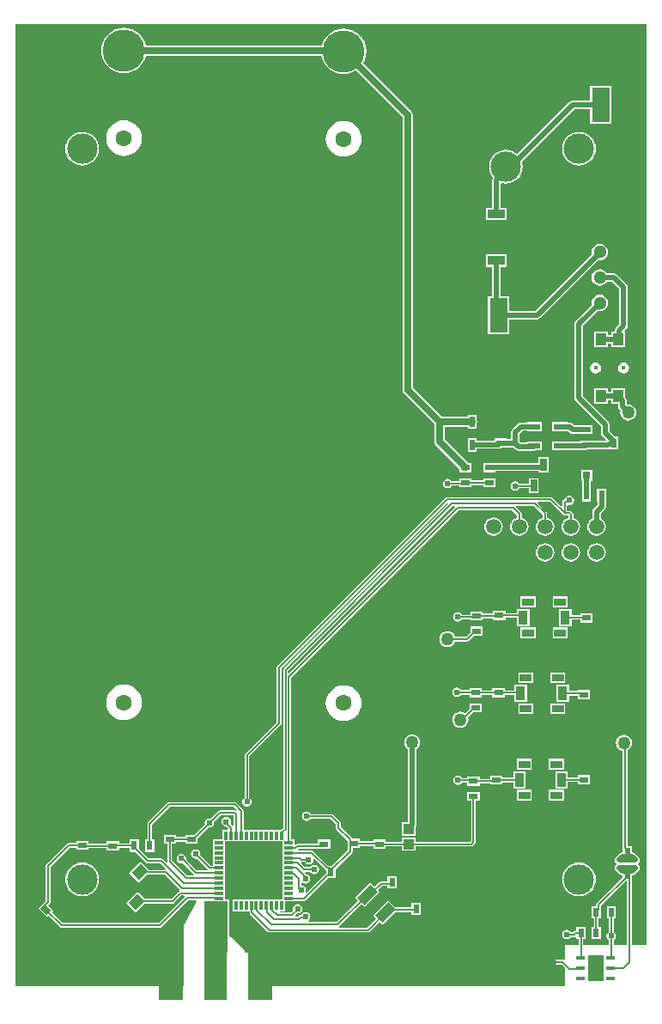
<source format=gtl>
G04*
G04 #@! TF.GenerationSoftware,Altium Limited,Altium Designer,19.1.7 (138)*
G04*
G04 Layer_Physical_Order=1*
G04 Layer_Color=255*
%FSLAX25Y25*%
%MOIN*%
G70*
G01*
G75*
%ADD16R,0.09500X0.20000*%
%ADD17R,0.09000X0.20000*%
%ADD18R,0.02362X0.03543*%
%ADD19R,0.02559X0.04724*%
%ADD20R,0.03543X0.02362*%
%ADD21R,0.03150X0.03150*%
%ADD22R,0.03600X0.02400*%
%ADD23R,0.03543X0.01772*%
%ADD24R,0.06299X0.09843*%
%ADD25R,0.02400X0.03600*%
%ADD26R,0.04724X0.02362*%
G04:AMPARAMS|DCode=27|XSize=23.62mil|YSize=35.43mil|CornerRadius=0mil|HoleSize=0mil|Usage=FLASHONLY|Rotation=45.000|XOffset=0mil|YOffset=0mil|HoleType=Round|Shape=Rectangle|*
%AMROTATEDRECTD27*
4,1,4,0.00418,-0.02088,-0.02088,0.00418,-0.00418,0.02088,0.02088,-0.00418,0.00418,-0.02088,0.0*
%
%ADD27ROTATEDRECTD27*%

%ADD28R,0.03937X0.04724*%
%ADD29R,0.07087X0.13386*%
%ADD30R,0.04528X0.02953*%
%ADD31R,0.03740X0.05512*%
%ADD32R,0.03937X0.03937*%
G04:AMPARAMS|DCode=33|XSize=70.87mil|YSize=39.37mil|CornerRadius=0mil|HoleSize=0mil|Usage=FLASHONLY|Rotation=225.000|XOffset=0mil|YOffset=0mil|HoleType=Round|Shape=Rectangle|*
%AMROTATEDRECTD33*
4,1,4,0.01114,0.03897,0.03897,0.01114,-0.01114,-0.03897,-0.03897,-0.01114,0.01114,0.03897,0.0*
%
%ADD33ROTATEDRECTD33*%

%ADD34R,0.01968X0.04134*%
%ADD35R,0.01181X0.03347*%
%ADD36R,0.03347X0.01181*%
%ADD37R,0.20669X0.20669*%
G04:AMPARAMS|DCode=38|XSize=51.18mil|YSize=41.34mil|CornerRadius=0mil|HoleSize=0mil|Usage=FLASHONLY|Rotation=45.000|XOffset=0mil|YOffset=0mil|HoleType=Round|Shape=Rectangle|*
%AMROTATEDRECTD38*
4,1,4,-0.00348,-0.03271,-0.03271,-0.00348,0.00348,0.03271,0.03271,0.00348,-0.00348,-0.03271,0.0*
%
%ADD38ROTATEDRECTD38*%

%ADD39R,0.06890X0.03740*%
%ADD40R,0.06890X0.12598*%
%ADD78C,0.01968*%
%ADD79R,0.02362X0.02362*%
%ADD80C,0.00600*%
%ADD81C,0.02756*%
%ADD82C,0.06299*%
%ADD83C,0.16358*%
%ADD84C,0.05906*%
%ADD85R,0.05906X0.05906*%
%ADD86C,0.01476*%
%ADD87C,0.11811*%
%ADD88C,0.05118*%
%ADD89C,0.05000*%
%ADD90C,0.02400*%
%ADD91C,0.02756*%
G36*
X122385Y-181000D02*
X116818D01*
Y-171267D01*
X116799Y-171172D01*
Y-155015D01*
X116781Y-154926D01*
Y-153964D01*
X117784Y-153548D01*
X118938Y-152663D01*
X119527Y-151895D01*
X119523Y-151892D01*
X119717Y-151602D01*
X119840Y-150983D01*
X119717Y-150365D01*
X119367Y-149841D01*
X119157Y-149701D01*
Y-149099D01*
X119367Y-148959D01*
X119717Y-148435D01*
X119840Y-147817D01*
X119717Y-147198D01*
X119523Y-146908D01*
X119527Y-146905D01*
X118938Y-146137D01*
X117784Y-145252D01*
X116781Y-144836D01*
Y-142501D01*
X115036D01*
Y-105302D01*
X115263Y-105208D01*
X115911Y-104711D01*
X116408Y-104063D01*
X116720Y-103309D01*
X116827Y-102500D01*
X116720Y-101691D01*
X116408Y-100937D01*
X115911Y-100289D01*
X115263Y-99792D01*
X114509Y-99480D01*
X113700Y-99373D01*
X112891Y-99480D01*
X112137Y-99792D01*
X111489Y-100289D01*
X110992Y-100937D01*
X110680Y-101691D01*
X110573Y-102500D01*
X110680Y-103309D01*
X110992Y-104063D01*
X111489Y-104711D01*
X112137Y-105208D01*
X112891Y-105520D01*
X113201Y-105561D01*
Y-143401D01*
X113219Y-143489D01*
Y-144836D01*
X112216Y-145252D01*
X111062Y-146137D01*
X110473Y-146905D01*
X110477Y-146908D01*
X110283Y-147198D01*
X110160Y-147817D01*
X110283Y-148435D01*
X110633Y-148959D01*
X110843Y-149099D01*
Y-149701D01*
X110633Y-149841D01*
X110283Y-150365D01*
X110160Y-150983D01*
X110283Y-151602D01*
X110477Y-151892D01*
X110473Y-151895D01*
X111062Y-152663D01*
X112216Y-153548D01*
X113219Y-153964D01*
Y-154617D01*
X103180Y-164657D01*
X102981Y-164954D01*
X102911Y-165305D01*
Y-165828D01*
X101166D01*
Y-170572D01*
X102030D01*
Y-173928D01*
X101172D01*
Y-178672D01*
X104734D01*
Y-173928D01*
X103865D01*
Y-170572D01*
X104728D01*
Y-167408D01*
X104746Y-167319D01*
Y-165686D01*
X114463Y-155968D01*
X114963Y-156043D01*
Y-171248D01*
X114982Y-171343D01*
Y-181000D01*
X109718D01*
Y-178952D01*
X110098Y-178698D01*
X110496Y-178102D01*
X110635Y-177400D01*
X110496Y-176698D01*
X110098Y-176102D01*
X109718Y-175848D01*
Y-170572D01*
X110634D01*
Y-165828D01*
X107072D01*
Y-170572D01*
X107882D01*
Y-175848D01*
X107502Y-176102D01*
X107104Y-176698D01*
X106965Y-177400D01*
X107104Y-178102D01*
X107502Y-178698D01*
X107882Y-178952D01*
Y-181000D01*
X97965D01*
Y-178672D01*
X98828D01*
Y-173928D01*
X95266D01*
Y-175382D01*
X94966D01*
X94615Y-175452D01*
X94317Y-175651D01*
X93986Y-175982D01*
X93152D01*
X92898Y-175602D01*
X92302Y-175204D01*
X91600Y-175065D01*
X90898Y-175204D01*
X90302Y-175602D01*
X89904Y-176198D01*
X89765Y-176900D01*
X89904Y-177602D01*
X90302Y-178198D01*
X90898Y-178596D01*
X91600Y-178735D01*
X92302Y-178596D01*
X92898Y-178198D01*
X93152Y-177818D01*
X94366D01*
X94717Y-177748D01*
X94766Y-177715D01*
X95266Y-177982D01*
Y-178672D01*
X96130D01*
Y-181000D01*
X90800D01*
Y-186418D01*
X90300Y-186685D01*
X90251Y-186652D01*
X89900Y-186582D01*
X86000D01*
X85649Y-186652D01*
X85351Y-186851D01*
X85152Y-187149D01*
X85082Y-187500D01*
X85152Y-187851D01*
X85351Y-188149D01*
X85649Y-188348D01*
X86000Y-188418D01*
X89520D01*
X90800Y-189698D01*
Y-197000D01*
X-29650Y-197000D01*
Y-184000D01*
X-33194D01*
X-33461Y-183500D01*
X-33351Y-183235D01*
X-33541Y-182775D01*
X-36108Y-180208D01*
X-36135Y-180197D01*
X-36148Y-180171D01*
X-38869Y-177870D01*
X-39081Y-177802D01*
X-39285Y-177716D01*
X-39448Y-177580D01*
X-39651Y-177314D01*
Y-167856D01*
X-39636D01*
Y-163309D01*
X-40158D01*
X-40300Y-163251D01*
X-41309D01*
Y-160080D01*
Y-156143D01*
Y-152206D01*
Y-148269D01*
Y-144332D01*
Y-140690D01*
X-18690D01*
Y-144332D01*
Y-148269D01*
Y-152206D01*
Y-156143D01*
Y-160080D01*
Y-163309D01*
X-38080D01*
Y-167856D01*
X-31662D01*
Y-168156D01*
X-31592Y-168507D01*
X-31393Y-168805D01*
X-24449Y-175749D01*
X-24151Y-175948D01*
X-23800Y-176018D01*
X14359D01*
X14711Y-175948D01*
X15008Y-175749D01*
X18799Y-171958D01*
X19966Y-173126D01*
X24908Y-168184D01*
X31266D01*
Y-169172D01*
X34828D01*
Y-164428D01*
X31266D01*
Y-166349D01*
X24908D01*
X22193Y-163634D01*
X16334Y-169493D01*
X17501Y-170661D01*
X13979Y-174182D01*
X3174D01*
X3089Y-173682D01*
X3289Y-173549D01*
X11839Y-164999D01*
X13006Y-166166D01*
X18866Y-160307D01*
X18174Y-159614D01*
X19780Y-158008D01*
X21966D01*
Y-158872D01*
X25528D01*
Y-154128D01*
X21966D01*
Y-156173D01*
X19400D01*
X19049Y-156243D01*
X18751Y-156442D01*
X16876Y-158317D01*
X15234Y-156674D01*
X9374Y-162534D01*
X10542Y-163701D01*
X2260Y-171982D01*
X-8727D01*
X-8879Y-171482D01*
X-8602Y-171298D01*
X-8204Y-170702D01*
X-8065Y-170000D01*
X-8204Y-169298D01*
X-8602Y-168702D01*
X-9198Y-168304D01*
X-9900Y-168165D01*
X-10602Y-168304D01*
X-11198Y-168702D01*
X-11585Y-169282D01*
X-12000D01*
X-12351Y-169352D01*
X-12649Y-169551D01*
X-12932Y-169834D01*
X-13783D01*
X-13974Y-169372D01*
X-13198Y-168596D01*
X-13000Y-168635D01*
X-12298Y-168496D01*
X-11702Y-168098D01*
X-11304Y-167502D01*
X-11165Y-166800D01*
X-11304Y-166098D01*
X-11702Y-165502D01*
X-12298Y-165104D01*
X-13000Y-164965D01*
X-13702Y-165104D01*
X-14298Y-165502D01*
X-14696Y-166098D01*
X-14835Y-166800D01*
X-14696Y-167499D01*
X-15580Y-168382D01*
X-20131D01*
X-20149Y-168356D01*
X-19881Y-167856D01*
X-17983D01*
Y-164017D01*
X-14144D01*
Y-163744D01*
X-10379D01*
X-10028Y-163674D01*
X-9730Y-163476D01*
X-1144Y-154889D01*
X-934D01*
X-845Y-154872D01*
X1728D01*
Y-151426D01*
X8077Y-145077D01*
X8276Y-144780D01*
X8346Y-144428D01*
Y-143281D01*
X11272D01*
Y-142418D01*
X16328D01*
Y-143534D01*
X21072D01*
Y-142670D01*
X27632D01*
Y-144321D01*
X32768D01*
Y-142670D01*
X54353D01*
X54704Y-142601D01*
X55002Y-142402D01*
X55949Y-141454D01*
X56148Y-141157D01*
X56218Y-140806D01*
Y-125034D01*
X57672D01*
Y-121472D01*
X52928D01*
Y-125034D01*
X54382D01*
Y-140426D01*
X53973Y-140835D01*
X32768D01*
Y-139184D01*
X27632D01*
Y-140835D01*
X21072D01*
Y-139972D01*
X16328D01*
Y-140582D01*
X11272D01*
Y-139719D01*
X8284D01*
X8276Y-139677D01*
X8077Y-139380D01*
X3818Y-135120D01*
Y-133700D01*
X3748Y-133349D01*
X3549Y-133051D01*
X849Y-130351D01*
X551Y-130152D01*
X200Y-130082D01*
X-7948D01*
X-8202Y-129702D01*
X-8798Y-129304D01*
X-9500Y-129165D01*
X-10202Y-129304D01*
X-10798Y-129702D01*
X-11196Y-130298D01*
X-11335Y-131000D01*
X-11196Y-131702D01*
X-10798Y-132298D01*
X-10202Y-132696D01*
X-9500Y-132835D01*
X-8798Y-132696D01*
X-8202Y-132298D01*
X-7948Y-131918D01*
X-180D01*
X1982Y-134080D01*
Y-135500D01*
X2052Y-135851D01*
X2251Y-136149D01*
X6511Y-140408D01*
Y-140619D01*
X6528Y-140708D01*
Y-142292D01*
X6511Y-142381D01*
Y-144048D01*
X431Y-150128D01*
X-845D01*
X-934Y-150111D01*
X-1144D01*
X-6794Y-144461D01*
X-7091Y-144262D01*
X-7443Y-144193D01*
X-12492D01*
X-12733Y-143693D01*
X-12621Y-143552D01*
X-3581D01*
X-3492Y-143534D01*
X-328D01*
Y-139972D01*
X-5072D01*
Y-141716D01*
X-13336D01*
X-13644Y-141777D01*
X-13715Y-141768D01*
X-14144Y-141490D01*
Y-139983D01*
X-15500D01*
Y-77297D01*
X49580Y-12218D01*
X70320D01*
X72182Y-14080D01*
Y-15137D01*
X72173Y-15139D01*
X71308Y-15497D01*
X70566Y-16066D01*
X69997Y-16808D01*
X69639Y-17673D01*
X69517Y-18600D01*
X69639Y-19527D01*
X69997Y-20392D01*
X70566Y-21134D01*
X71308Y-21703D01*
X72173Y-22061D01*
X73100Y-22183D01*
X74027Y-22061D01*
X74892Y-21703D01*
X75634Y-21134D01*
X76203Y-20392D01*
X76561Y-19527D01*
X76683Y-18600D01*
X76561Y-17673D01*
X76203Y-16808D01*
X75634Y-16066D01*
X74892Y-15497D01*
X74027Y-15139D01*
X74018Y-15137D01*
Y-13700D01*
X73948Y-13349D01*
X73749Y-13051D01*
X71715Y-11018D01*
X71922Y-10518D01*
X78820D01*
X82082Y-13780D01*
Y-15176D01*
X81308Y-15497D01*
X80566Y-16066D01*
X79997Y-16808D01*
X79639Y-17673D01*
X79517Y-18600D01*
X79639Y-19527D01*
X79997Y-20392D01*
X80566Y-21134D01*
X81308Y-21703D01*
X82173Y-22061D01*
X83100Y-22183D01*
X84027Y-22061D01*
X84892Y-21703D01*
X85634Y-21134D01*
X86203Y-20392D01*
X86561Y-19527D01*
X86683Y-18600D01*
X86561Y-17673D01*
X86203Y-16808D01*
X85634Y-16066D01*
X84892Y-15497D01*
X84027Y-15139D01*
X83918Y-15124D01*
Y-13400D01*
X83848Y-13049D01*
X83649Y-12751D01*
X80315Y-9418D01*
X80523Y-8918D01*
X84920D01*
X90051Y-14049D01*
X90349Y-14248D01*
X90700Y-14318D01*
X92182D01*
Y-15137D01*
X92173Y-15139D01*
X91308Y-15497D01*
X90566Y-16066D01*
X89997Y-16808D01*
X89639Y-17673D01*
X89517Y-18600D01*
X89639Y-19527D01*
X89997Y-20392D01*
X90566Y-21134D01*
X91308Y-21703D01*
X92173Y-22061D01*
X93100Y-22183D01*
X94027Y-22061D01*
X94892Y-21703D01*
X95634Y-21134D01*
X96203Y-20392D01*
X96561Y-19527D01*
X96683Y-18600D01*
X96561Y-17673D01*
X96203Y-16808D01*
X95634Y-16066D01*
X94892Y-15497D01*
X94027Y-15139D01*
X94018Y-15137D01*
Y-13751D01*
X93948Y-13400D01*
X93749Y-13103D01*
X93397Y-12751D01*
X93100Y-12552D01*
X92748Y-12482D01*
X91618D01*
Y-10464D01*
X92118Y-10139D01*
X92600Y-10235D01*
X93302Y-10096D01*
X93898Y-9698D01*
X94296Y-9102D01*
X94435Y-8400D01*
X94296Y-7698D01*
X93898Y-7102D01*
X93302Y-6704D01*
X92600Y-6565D01*
X91898Y-6704D01*
X91302Y-7102D01*
X90904Y-7698D01*
X90879Y-7827D01*
X90707D01*
X90356Y-7897D01*
X90058Y-8096D01*
X90051Y-8103D01*
X89852Y-8400D01*
X89782Y-8751D01*
Y-10531D01*
X89320Y-10723D01*
X85949Y-7351D01*
X85651Y-7152D01*
X85300Y-7082D01*
X45000D01*
X44649Y-7152D01*
X44351Y-7351D01*
X-20827Y-72529D01*
X-21026Y-72827D01*
X-21095Y-73178D01*
Y-94498D01*
X-33299Y-106701D01*
X-33498Y-106999D01*
X-33568Y-107350D01*
Y-123848D01*
X-33948Y-124102D01*
X-34346Y-124698D01*
X-34485Y-125400D01*
X-34346Y-126102D01*
X-33948Y-126698D01*
X-33352Y-127096D01*
X-32650Y-127235D01*
X-31948Y-127096D01*
X-31352Y-126698D01*
X-30954Y-126102D01*
X-30815Y-125400D01*
X-30954Y-124698D01*
X-31352Y-124102D01*
X-31732Y-123848D01*
Y-107730D01*
X-19529Y-95527D01*
X-19330Y-95229D01*
X-19260Y-94878D01*
Y-73558D01*
X45137Y-9161D01*
X45302Y-9194D01*
X45466Y-9736D01*
X-18266Y-73468D01*
X-18465Y-73766D01*
X-18535Y-74117D01*
Y-135398D01*
X-19280Y-136144D01*
X-34004D01*
Y-128779D01*
X-34073Y-128428D01*
X-34272Y-128130D01*
X-36651Y-125751D01*
X-36949Y-125552D01*
X-37300Y-125482D01*
X-63000D01*
X-63351Y-125552D01*
X-63649Y-125751D01*
X-71049Y-133151D01*
X-71248Y-133449D01*
X-71318Y-133800D01*
Y-140000D01*
X-72200D01*
Y-144800D01*
X-68600D01*
Y-140000D01*
X-69482D01*
Y-134180D01*
X-62620Y-127318D01*
X-37680D01*
X-36538Y-128460D01*
X-36856Y-128848D01*
X-37000Y-128752D01*
X-37352Y-128682D01*
X-43257D01*
X-43608Y-128752D01*
X-43905Y-128951D01*
X-46716Y-131761D01*
X-47200Y-131665D01*
X-47902Y-131804D01*
X-48498Y-132202D01*
X-48896Y-132798D01*
X-49035Y-133500D01*
X-48939Y-133984D01*
X-53126Y-138172D01*
X-56572D01*
Y-139035D01*
X-60228D01*
Y-138172D01*
X-64972D01*
Y-141734D01*
X-63518D01*
Y-148600D01*
X-63498Y-148697D01*
X-63959Y-148943D01*
X-65251Y-147651D01*
X-65549Y-147452D01*
X-65900Y-147382D01*
X-70920D01*
X-71727Y-146575D01*
X-71752Y-146449D01*
X-71951Y-146151D01*
X-74600Y-143502D01*
Y-140000D01*
X-78200D01*
Y-141482D01*
X-82328D01*
Y-140672D01*
X-87072D01*
Y-141535D01*
X-94028D01*
Y-140472D01*
X-98772D01*
Y-141335D01*
X-101753D01*
X-102104Y-141405D01*
X-102402Y-141604D01*
X-110549Y-149751D01*
X-110748Y-150049D01*
X-110818Y-150400D01*
Y-163839D01*
X-111778Y-164800D01*
X-111829Y-164875D01*
X-113648Y-166694D01*
X-110294Y-170048D01*
X-109684Y-169438D01*
X-105173Y-173949D01*
X-104875Y-174148D01*
X-104524Y-174218D01*
X-66600D01*
X-66249Y-174148D01*
X-65951Y-173949D01*
X-55620Y-163618D01*
X-52390D01*
X-52137Y-164049D01*
X-56968Y-172740D01*
X-56986Y-172904D01*
X-57050Y-173056D01*
X-57049Y-197000D01*
X-122385Y-197000D01*
Y176500D01*
X122385Y176500D01*
Y-181000D01*
D02*
G37*
G36*
X48185Y-11018D02*
X-16238Y-75440D01*
X-16700Y-75249D01*
Y-74497D01*
X47280Y-10518D01*
X47978D01*
X48185Y-11018D01*
D02*
G37*
G36*
X-37807Y-134506D02*
X-37923Y-134589D01*
X-38307Y-134695D01*
X-39083Y-133920D01*
X-39004Y-133802D01*
X-38865Y-133100D01*
X-39004Y-132398D01*
X-39402Y-131802D01*
X-39998Y-131404D01*
X-40700Y-131265D01*
X-41402Y-131404D01*
X-41998Y-131802D01*
X-42396Y-132398D01*
X-42535Y-133100D01*
X-42396Y-133802D01*
X-41998Y-134398D01*
X-41402Y-134796D01*
X-40700Y-134935D01*
X-40669Y-134929D01*
X-39954Y-135644D01*
X-40161Y-136144D01*
X-42017D01*
Y-139983D01*
X-45856D01*
Y-142364D01*
Y-146301D01*
Y-150098D01*
X-46804D01*
X-50837Y-146065D01*
X-50765Y-145700D01*
X-50904Y-144998D01*
X-51302Y-144402D01*
X-51898Y-144004D01*
X-52600Y-143865D01*
X-53302Y-144004D01*
X-53898Y-144402D01*
X-54296Y-144998D01*
X-54435Y-145700D01*
X-54296Y-146402D01*
X-53898Y-146998D01*
X-53302Y-147396D01*
X-52600Y-147535D01*
X-52068Y-147430D01*
X-47931Y-151567D01*
X-48037Y-151951D01*
X-48120Y-152067D01*
X-52036D01*
X-56337Y-147765D01*
X-56265Y-147400D01*
X-56404Y-146698D01*
X-56802Y-146102D01*
X-57398Y-145704D01*
X-58100Y-145565D01*
X-58802Y-145704D01*
X-59398Y-146102D01*
X-59796Y-146698D01*
X-59935Y-147400D01*
X-59796Y-148102D01*
X-59398Y-148698D01*
X-58802Y-149096D01*
X-58100Y-149235D01*
X-57568Y-149129D01*
X-53163Y-153535D01*
X-53270Y-153920D01*
X-53352Y-154035D01*
X-55867D01*
X-61682Y-148220D01*
Y-141734D01*
X-60228D01*
Y-140870D01*
X-56572D01*
Y-141734D01*
X-51828D01*
Y-139469D01*
X-47612Y-135253D01*
X-47200Y-135335D01*
X-46498Y-135196D01*
X-45902Y-134798D01*
X-45504Y-134202D01*
X-45365Y-133500D01*
X-45447Y-133088D01*
X-42877Y-130518D01*
X-37807D01*
Y-134506D01*
D02*
G37*
G36*
X118033Y-148800D02*
X111967D01*
X113031Y-146138D01*
X116969D01*
X118033Y-148800D01*
D02*
G37*
G36*
X-2173Y-151677D02*
X-1876Y-151876D01*
X-1834Y-151884D01*
Y-153116D01*
X-1876Y-153124D01*
X-2173Y-153323D01*
X-9606Y-160755D01*
X-9994Y-160436D01*
X-9904Y-160302D01*
X-9765Y-159600D01*
X-9904Y-158898D01*
X-10302Y-158302D01*
X-10898Y-157904D01*
X-11582Y-157768D01*
Y-156853D01*
X-11082Y-156675D01*
X-10602Y-156996D01*
X-9900Y-157135D01*
X-9198Y-156996D01*
X-8602Y-156598D01*
X-8204Y-156002D01*
X-8065Y-155300D01*
X-8204Y-154598D01*
X-8602Y-154002D01*
X-9198Y-153604D01*
X-9697Y-153505D01*
X-10185Y-153018D01*
X-9978Y-152518D01*
X-8052D01*
X-7798Y-152898D01*
X-7202Y-153296D01*
X-6500Y-153435D01*
X-5798Y-153296D01*
X-5202Y-152898D01*
X-4804Y-152302D01*
X-4665Y-151600D01*
X-4804Y-150898D01*
X-5202Y-150302D01*
X-5798Y-149904D01*
X-6500Y-149765D01*
X-7202Y-149904D01*
X-7798Y-150302D01*
X-8052Y-150682D01*
X-10220D01*
X-11695Y-149207D01*
X-11657Y-149014D01*
X-11478Y-148718D01*
X-10318D01*
X-9998Y-149198D01*
X-9402Y-149596D01*
X-8700Y-149735D01*
X-7998Y-149596D01*
X-7402Y-149198D01*
X-7004Y-148602D01*
X-6865Y-147900D01*
X-6916Y-147641D01*
X-6455Y-147395D01*
X-2173Y-151677D01*
D02*
G37*
G36*
X-98772Y-144034D02*
X-94028D01*
Y-143370D01*
X-87072D01*
Y-144234D01*
X-82328D01*
Y-143318D01*
X-78200D01*
Y-144800D01*
X-75898D01*
X-73473Y-147225D01*
X-73448Y-147351D01*
X-73249Y-147649D01*
X-71949Y-148949D01*
X-71651Y-149148D01*
X-71300Y-149218D01*
X-66280D01*
X-64192Y-151306D01*
X-64399Y-151806D01*
X-70699D01*
X-70778Y-151727D01*
X-70853Y-151676D01*
X-73926Y-148604D01*
X-78393Y-153071D01*
X-74622Y-156843D01*
X-71363Y-153585D01*
X-71079Y-153641D01*
X-64557D01*
X-58755Y-159443D01*
X-58753Y-159674D01*
X-58782Y-159862D01*
X-58848Y-160017D01*
X-59049Y-160151D01*
X-61909Y-163011D01*
X-72325D01*
X-75178Y-160157D01*
X-79646Y-164625D01*
X-75874Y-168396D01*
X-72325Y-164846D01*
X-61529D01*
X-61177Y-164776D01*
X-60880Y-164577D01*
X-58020Y-161718D01*
X-57023D01*
X-56815Y-162218D01*
X-66980Y-172382D01*
X-104144D01*
X-108386Y-168140D01*
X-107776Y-167530D01*
X-109844Y-165461D01*
X-109251Y-164868D01*
X-109052Y-164570D01*
X-108982Y-164219D01*
Y-150780D01*
X-101373Y-143170D01*
X-98772D01*
Y-144034D01*
D02*
G37*
G36*
X116969Y-152662D02*
X113031D01*
X111967Y-150000D01*
X118033D01*
X116969Y-152662D01*
D02*
G37*
G36*
X-40300Y-183900D02*
X-40300Y-183900D01*
X-49300D01*
Y-163900D01*
X-49300Y-163900D01*
X-45856D01*
Y-164017D01*
X-41309D01*
Y-163900D01*
X-40300D01*
Y-183900D01*
D02*
G37*
%LPC*%
G36*
X108943Y152393D02*
X100657D01*
Y146715D01*
X93700D01*
X93082Y146592D01*
X92558Y146242D01*
X72244Y125929D01*
X71532Y126513D01*
X70402Y127117D01*
X69175Y127489D01*
X67900Y127615D01*
X66625Y127489D01*
X65398Y127117D01*
X64268Y126513D01*
X63278Y125700D01*
X62465Y124710D01*
X61861Y123580D01*
X61489Y122353D01*
X61363Y121078D01*
X61489Y119803D01*
X61861Y118576D01*
X62465Y117446D01*
X62920Y116891D01*
X62706Y116570D01*
X62583Y115952D01*
Y105225D01*
X60154D01*
Y100285D01*
X68243D01*
Y105225D01*
X65814D01*
Y114493D01*
X66215Y114791D01*
X66625Y114667D01*
X67900Y114541D01*
X69175Y114667D01*
X70402Y115039D01*
X71532Y115643D01*
X72522Y116456D01*
X73335Y117446D01*
X73939Y118576D01*
X74311Y119803D01*
X74437Y121078D01*
X74311Y122353D01*
X74062Y123177D01*
X94369Y143485D01*
X100657D01*
Y137807D01*
X108943D01*
Y152393D01*
D02*
G37*
G36*
X-80400Y139070D02*
X-81753Y138936D01*
X-83053Y138542D01*
X-84251Y137901D01*
X-85302Y137039D01*
X-86164Y135989D01*
X-86805Y134790D01*
X-87199Y133490D01*
X-87333Y132137D01*
X-87199Y130784D01*
X-86805Y129484D01*
X-86164Y128286D01*
X-85302Y127235D01*
X-84251Y126373D01*
X-83053Y125732D01*
X-81753Y125338D01*
X-80400Y125204D01*
X-79048Y125338D01*
X-77747Y125732D01*
X-76548Y126373D01*
X-75498Y127235D01*
X-74636Y128286D01*
X-73995Y129484D01*
X-73601Y130784D01*
X-73467Y132137D01*
X-73601Y133490D01*
X-73995Y134790D01*
X-74636Y135989D01*
X-75498Y137039D01*
X-76548Y137901D01*
X-77747Y138542D01*
X-79048Y138936D01*
X-80400Y139070D01*
D02*
G37*
G36*
X4900Y138805D02*
X3548Y138672D01*
X2247Y138277D01*
X1048Y137637D01*
X-2Y136775D01*
X-864Y135724D01*
X-1505Y134525D01*
X-1899Y133225D01*
X-2033Y131872D01*
X-1899Y130520D01*
X-1505Y129219D01*
X-864Y128021D01*
X-2Y126970D01*
X1048Y126108D01*
X2247Y125468D01*
X3548Y125073D01*
X4900Y124940D01*
X6252Y125073D01*
X7553Y125468D01*
X8751Y126108D01*
X9802Y126970D01*
X10664Y128021D01*
X11305Y129219D01*
X11699Y130520D01*
X11833Y131872D01*
X11699Y133225D01*
X11305Y134525D01*
X10664Y135724D01*
X9802Y136775D01*
X8751Y137637D01*
X7553Y138277D01*
X6252Y138672D01*
X4900Y138805D01*
D02*
G37*
G36*
X96268Y134587D02*
X94992Y134462D01*
X93766Y134090D01*
X92636Y133486D01*
X91645Y132673D01*
X90832Y131682D01*
X90228Y130552D01*
X89856Y129326D01*
X89731Y128050D01*
X89856Y126775D01*
X90228Y125549D01*
X90832Y124419D01*
X91645Y123428D01*
X92636Y122615D01*
X93766Y122011D01*
X94992Y121639D01*
X96268Y121513D01*
X97543Y121639D01*
X98769Y122011D01*
X99900Y122615D01*
X100890Y123428D01*
X101703Y124419D01*
X102307Y125549D01*
X102679Y126775D01*
X102805Y128050D01*
X102679Y129326D01*
X102307Y130552D01*
X101703Y131682D01*
X100890Y132673D01*
X99900Y133486D01*
X98769Y134090D01*
X97543Y134462D01*
X96268Y134587D01*
D02*
G37*
G36*
X-96606D02*
X-97882Y134462D01*
X-99108Y134090D01*
X-100238Y133486D01*
X-101229Y132673D01*
X-102042Y131682D01*
X-102646Y130552D01*
X-103018Y129326D01*
X-103143Y128050D01*
X-103018Y126775D01*
X-102646Y125549D01*
X-102042Y124419D01*
X-101229Y123428D01*
X-100238Y122615D01*
X-99108Y122011D01*
X-97882Y121639D01*
X-96606Y121513D01*
X-95331Y121639D01*
X-94105Y122011D01*
X-92975Y122615D01*
X-91984Y123428D01*
X-91171Y124419D01*
X-90567Y125549D01*
X-90195Y126775D01*
X-90069Y128050D01*
X-90195Y129326D01*
X-90567Y130552D01*
X-91171Y131682D01*
X-91984Y132673D01*
X-92975Y133486D01*
X-94105Y134090D01*
X-95331Y134462D01*
X-96606Y134587D01*
D02*
G37*
G36*
X104379Y91129D02*
X103554Y91020D01*
X102786Y90702D01*
X102126Y90196D01*
X101619Y89536D01*
X101301Y88767D01*
X101192Y87942D01*
X101301Y87118D01*
X101311Y87095D01*
X79342Y65126D01*
X69143D01*
Y70804D01*
X65814D01*
Y82175D01*
X68243D01*
Y87115D01*
X60154D01*
Y82175D01*
X62583D01*
Y70804D01*
X60857D01*
Y56218D01*
X69143D01*
Y61896D01*
X80011D01*
X80629Y62019D01*
X81153Y62369D01*
X103638Y84854D01*
X104379Y84756D01*
X105203Y84865D01*
X105972Y85183D01*
X106632Y85689D01*
X107138Y86349D01*
X107457Y87118D01*
X107565Y87942D01*
X107457Y88767D01*
X107138Y89536D01*
X106632Y90196D01*
X105972Y90702D01*
X105203Y91020D01*
X104379Y91129D01*
D02*
G37*
G36*
Y71444D02*
X103554Y71335D01*
X102786Y71017D01*
X102126Y70511D01*
X101619Y69851D01*
X101301Y69082D01*
X101192Y68257D01*
X101297Y67461D01*
X94958Y61121D01*
X94608Y60597D01*
X94485Y59979D01*
Y31500D01*
X94608Y30882D01*
X94958Y30358D01*
X104785Y20531D01*
Y17838D01*
X104908Y17220D01*
X105258Y16696D01*
X106738Y15215D01*
X106531Y14715D01*
X101500D01*
Y14900D01*
X96700D01*
Y14375D01*
X91783D01*
Y14541D01*
X85859D01*
Y10979D01*
X91783D01*
Y11145D01*
X98760D01*
X99378Y11268D01*
X99427Y11300D01*
X101500D01*
Y11485D01*
X107653D01*
X107948Y11543D01*
X107966Y11528D01*
Y11528D01*
X111528D01*
Y16272D01*
X110250D01*
X108015Y18507D01*
Y21200D01*
X107892Y21818D01*
X107542Y22342D01*
X97715Y32169D01*
Y59310D01*
X103582Y65176D01*
X104379Y65071D01*
X105203Y65180D01*
X105972Y65498D01*
X106632Y66004D01*
X107138Y66664D01*
X107457Y67433D01*
X107565Y68257D01*
X107457Y69082D01*
X107138Y69851D01*
X106632Y70511D01*
X105972Y71017D01*
X105203Y71335D01*
X104379Y71444D01*
D02*
G37*
G36*
Y81286D02*
X103554Y81178D01*
X102786Y80859D01*
X102126Y80353D01*
X101619Y79693D01*
X101301Y78925D01*
X101192Y78100D01*
X101301Y77275D01*
X101619Y76507D01*
X102126Y75847D01*
X102786Y75340D01*
X103554Y75022D01*
X104379Y74914D01*
X105203Y75022D01*
X105972Y75340D01*
X106632Y75847D01*
X107121Y76485D01*
X109131D01*
X111985Y73631D01*
Y59969D01*
X110558Y58542D01*
X110208Y58018D01*
X110085Y57400D01*
Y56994D01*
X108909D01*
Y55647D01*
X107353D01*
Y56994D01*
X102216D01*
Y51069D01*
X107353D01*
Y52416D01*
X108909D01*
Y51069D01*
X114047D01*
Y56994D01*
X114047D01*
X113909Y57325D01*
X114742Y58158D01*
X115092Y58682D01*
X115215Y59300D01*
Y74300D01*
X115092Y74918D01*
X114742Y75442D01*
X110942Y79242D01*
X110418Y79592D01*
X109800Y79715D01*
X107121D01*
X106632Y80353D01*
X105972Y80859D01*
X105203Y81178D01*
X104379Y81286D01*
D02*
G37*
G36*
X113545Y45125D02*
X112735Y44964D01*
X112048Y44505D01*
X111589Y43818D01*
X111428Y43008D01*
X111589Y42198D01*
X112048Y41511D01*
X112735Y41052D01*
X113545Y40891D01*
X114355Y41052D01*
X115042Y41511D01*
X115501Y42198D01*
X115662Y43008D01*
X115501Y43818D01*
X115042Y44505D01*
X114355Y44964D01*
X113545Y45125D01*
D02*
G37*
G36*
X102718D02*
X101908Y44964D01*
X101221Y44505D01*
X100762Y43818D01*
X100601Y43008D01*
X100762Y42198D01*
X101221Y41511D01*
X101908Y41052D01*
X102718Y40891D01*
X103528Y41052D01*
X104215Y41511D01*
X104674Y42198D01*
X104835Y43008D01*
X104674Y43818D01*
X104215Y44505D01*
X103528Y44964D01*
X102718Y45125D01*
D02*
G37*
G36*
X114047Y34946D02*
X108909D01*
Y33599D01*
X107353D01*
Y34946D01*
X102216D01*
Y29022D01*
X107353D01*
Y30369D01*
X108909D01*
Y29022D01*
X111531D01*
Y27953D01*
X111654Y27335D01*
X112004Y26811D01*
X112371Y26444D01*
X112273Y25700D01*
X112380Y24891D01*
X112692Y24137D01*
X113189Y23489D01*
X113837Y22992D01*
X114591Y22680D01*
X115400Y22573D01*
X116209Y22680D01*
X116963Y22992D01*
X117611Y23489D01*
X118108Y24137D01*
X118420Y24891D01*
X118527Y25700D01*
X118420Y26509D01*
X118108Y27263D01*
X117611Y27911D01*
X116963Y28408D01*
X116209Y28720D01*
X115400Y28827D01*
X115138Y28792D01*
X114762Y29122D01*
Y30316D01*
X114639Y30934D01*
X114289Y31458D01*
X114047Y31700D01*
Y34946D01*
D02*
G37*
G36*
X-80400Y174994D02*
X-82121Y174825D01*
X-83776Y174322D01*
X-85301Y173507D01*
X-86638Y172410D01*
X-87735Y171073D01*
X-88550Y169548D01*
X-89052Y167894D01*
X-89222Y166172D01*
X-89052Y164451D01*
X-88550Y162797D01*
X-87735Y161271D01*
X-86638Y159935D01*
X-85301Y158837D01*
X-83776Y158022D01*
X-82121Y157520D01*
X-80400Y157351D01*
X-78679Y157520D01*
X-77024Y158022D01*
X-75499Y158837D01*
X-74162Y159935D01*
X-73065Y161271D01*
X-72250Y162797D01*
X-71873Y164037D01*
X-3707D01*
X-3250Y162532D01*
X-2435Y161007D01*
X-1338Y159670D01*
X-1Y158573D01*
X1524Y157758D01*
X3179Y157256D01*
X4900Y157086D01*
X6621Y157256D01*
X8276Y157758D01*
X9546Y158437D01*
X27683Y140300D01*
Y34500D01*
X27837Y33728D01*
X28274Y33074D01*
X40003Y21345D01*
Y14433D01*
X40156Y13661D01*
X40594Y13007D01*
X49728Y3872D01*
Y2572D01*
X51009D01*
X51131Y2490D01*
X51903Y2336D01*
X52100D01*
X52872Y2490D01*
X52995Y2572D01*
X54472D01*
Y6134D01*
X53158D01*
X53132Y6173D01*
X44036Y15269D01*
Y20164D01*
X53316D01*
Y19513D01*
X56484D01*
Y21291D01*
X56563Y21409D01*
X56717Y22180D01*
X56563Y22952D01*
X56484Y23070D01*
Y24847D01*
X53316D01*
Y24197D01*
X42855D01*
X31717Y35335D01*
Y141135D01*
X31563Y141907D01*
X31126Y142561D01*
X12390Y161297D01*
X13050Y162532D01*
X13552Y164187D01*
X13722Y165908D01*
X13552Y167629D01*
X13050Y169284D01*
X12235Y170809D01*
X11138Y172146D01*
X9801Y173243D01*
X8276Y174058D01*
X6621Y174560D01*
X4900Y174730D01*
X3179Y174560D01*
X1524Y174058D01*
X-1Y173243D01*
X-1338Y172146D01*
X-2435Y170809D01*
X-3250Y169284D01*
X-3618Y168071D01*
X-71802D01*
X-72250Y169548D01*
X-73065Y171073D01*
X-74162Y172410D01*
X-75499Y173507D01*
X-77024Y174322D01*
X-78679Y174825D01*
X-80400Y174994D01*
D02*
G37*
G36*
X81941Y22021D02*
X76016D01*
Y21855D01*
X73740D01*
X73122Y21733D01*
X72598Y21382D01*
X70458Y19242D01*
X70108Y18718D01*
X69985Y18100D01*
Y15462D01*
X68172D01*
Y15628D01*
X63428D01*
Y14835D01*
X56484D01*
Y15887D01*
X53316D01*
Y14000D01*
X53208Y13838D01*
X53085Y13220D01*
X53208Y12602D01*
X53316Y12440D01*
Y10553D01*
X56484D01*
Y11604D01*
X65172D01*
X65791Y11727D01*
X66298Y12066D01*
X68172D01*
Y12232D01*
X70684D01*
X71558Y11358D01*
X72082Y11008D01*
X72700Y10885D01*
X78719D01*
X79192Y10979D01*
X81941D01*
Y14541D01*
X76016D01*
Y14115D01*
X73369D01*
X73215Y14269D01*
Y17431D01*
X74409Y18625D01*
X76016D01*
Y18459D01*
X81941D01*
Y22021D01*
D02*
G37*
G36*
X91783D02*
X85859D01*
Y18459D01*
X91783D01*
Y18459D01*
X92246Y18369D01*
X92758Y17858D01*
X93282Y17508D01*
X93900Y17385D01*
X96700D01*
Y17300D01*
X101500D01*
Y20900D01*
X96700D01*
Y20615D01*
X94569D01*
X93802Y21382D01*
X93278Y21733D01*
X92660Y21855D01*
X91783D01*
Y22021D01*
D02*
G37*
G36*
X84380Y8496D02*
X80620D01*
Y6170D01*
X61602D01*
X61422Y6134D01*
X59028D01*
Y2572D01*
X63772D01*
Y2939D01*
X80620D01*
Y2572D01*
X84380D01*
Y8496D01*
D02*
G37*
G36*
X63772Y228D02*
X59028D01*
Y-635D01*
X54472D01*
Y228D01*
X49728D01*
Y-882D01*
X46852D01*
X46598Y-502D01*
X46002Y-104D01*
X45300Y35D01*
X44598Y-104D01*
X44002Y-502D01*
X43604Y-1098D01*
X43465Y-1800D01*
X43604Y-2502D01*
X44002Y-3098D01*
X44598Y-3496D01*
X45300Y-3635D01*
X46002Y-3496D01*
X46598Y-3098D01*
X46852Y-2718D01*
X49728D01*
Y-3334D01*
X54472D01*
Y-2470D01*
X59028D01*
Y-3334D01*
X63772D01*
Y228D01*
D02*
G37*
G36*
X80600D02*
X76841D01*
Y-1882D01*
X73052D01*
X72798Y-1502D01*
X72202Y-1104D01*
X71500Y-965D01*
X70798Y-1104D01*
X70202Y-1502D01*
X69804Y-2098D01*
X69665Y-2800D01*
X69804Y-3502D01*
X70202Y-4098D01*
X70798Y-4496D01*
X71500Y-4635D01*
X72202Y-4496D01*
X72798Y-4098D01*
X73052Y-3718D01*
X76841D01*
Y-5696D01*
X80600D01*
Y228D01*
D02*
G37*
G36*
X101475Y3475D02*
X97125D01*
Y-875D01*
X97532D01*
Y-4028D01*
X97366D01*
Y-8772D01*
X100928D01*
Y-4028D01*
X100762D01*
Y-875D01*
X101475D01*
Y3475D01*
D02*
G37*
G36*
X106834Y-4028D02*
X103272D01*
Y-8772D01*
X103437D01*
Y-10231D01*
X101958Y-11711D01*
X101608Y-12235D01*
X101485Y-12853D01*
Y-15424D01*
X101308Y-15497D01*
X100566Y-16066D01*
X99997Y-16808D01*
X99639Y-17673D01*
X99517Y-18600D01*
X99639Y-19527D01*
X99997Y-20392D01*
X100566Y-21134D01*
X101308Y-21703D01*
X102173Y-22061D01*
X103100Y-22183D01*
X104027Y-22061D01*
X104892Y-21703D01*
X105634Y-21134D01*
X106203Y-20392D01*
X106561Y-19527D01*
X106683Y-18600D01*
X106561Y-17673D01*
X106203Y-16808D01*
X105634Y-16066D01*
X104892Y-15497D01*
X104715Y-15424D01*
Y-13522D01*
X106195Y-12042D01*
X106545Y-11518D01*
X106668Y-10900D01*
Y-8772D01*
X106834D01*
Y-4028D01*
D02*
G37*
G36*
X63100Y-15017D02*
X62173Y-15139D01*
X61308Y-15497D01*
X60566Y-16066D01*
X59997Y-16808D01*
X59639Y-17673D01*
X59517Y-18600D01*
X59639Y-19527D01*
X59997Y-20392D01*
X60566Y-21134D01*
X61308Y-21703D01*
X62173Y-22061D01*
X63100Y-22183D01*
X64027Y-22061D01*
X64892Y-21703D01*
X65634Y-21134D01*
X66203Y-20392D01*
X66561Y-19527D01*
X66683Y-18600D01*
X66561Y-17673D01*
X66203Y-16808D01*
X65634Y-16066D01*
X64892Y-15497D01*
X64027Y-15139D01*
X63100Y-15017D01*
D02*
G37*
G36*
X103100Y-25017D02*
X102173Y-25139D01*
X101308Y-25497D01*
X100566Y-26066D01*
X99997Y-26808D01*
X99639Y-27673D01*
X99517Y-28600D01*
X99639Y-29527D01*
X99997Y-30392D01*
X100566Y-31134D01*
X101308Y-31703D01*
X102173Y-32061D01*
X103100Y-32183D01*
X104027Y-32061D01*
X104892Y-31703D01*
X105634Y-31134D01*
X106203Y-30392D01*
X106561Y-29527D01*
X106683Y-28600D01*
X106561Y-27673D01*
X106203Y-26808D01*
X105634Y-26066D01*
X104892Y-25497D01*
X104027Y-25139D01*
X103100Y-25017D01*
D02*
G37*
G36*
X93100D02*
X92173Y-25139D01*
X91308Y-25497D01*
X90566Y-26066D01*
X89997Y-26808D01*
X89639Y-27673D01*
X89517Y-28600D01*
X89639Y-29527D01*
X89997Y-30392D01*
X90566Y-31134D01*
X91308Y-31703D01*
X92173Y-32061D01*
X93100Y-32183D01*
X94027Y-32061D01*
X94892Y-31703D01*
X95634Y-31134D01*
X96203Y-30392D01*
X96561Y-29527D01*
X96683Y-28600D01*
X96561Y-27673D01*
X96203Y-26808D01*
X95634Y-26066D01*
X94892Y-25497D01*
X94027Y-25139D01*
X93100Y-25017D01*
D02*
G37*
G36*
X83100D02*
X82173Y-25139D01*
X81308Y-25497D01*
X80566Y-26066D01*
X79997Y-26808D01*
X79639Y-27673D01*
X79517Y-28600D01*
X79639Y-29527D01*
X79997Y-30392D01*
X80566Y-31134D01*
X81308Y-31703D01*
X82173Y-32061D01*
X83100Y-32183D01*
X84027Y-32061D01*
X84892Y-31703D01*
X85634Y-31134D01*
X86203Y-30392D01*
X86561Y-29527D01*
X86683Y-28600D01*
X86561Y-27673D01*
X86203Y-26808D01*
X85634Y-26066D01*
X84892Y-25497D01*
X84027Y-25139D01*
X83100Y-25017D01*
D02*
G37*
G36*
X91764Y-45720D02*
X86037D01*
Y-49872D01*
X91764D01*
Y-45720D01*
D02*
G37*
G36*
X79363D02*
X73635D01*
Y-49872D01*
X79363D01*
Y-45720D01*
D02*
G37*
G36*
X77001Y-50444D02*
X72061D01*
Y-52135D01*
X67672D01*
Y-51272D01*
X62928D01*
Y-52330D01*
X58872D01*
Y-51466D01*
X54128D01*
Y-52782D01*
X50752D01*
X50498Y-52402D01*
X49902Y-52004D01*
X49200Y-51865D01*
X48498Y-52004D01*
X47902Y-52402D01*
X47504Y-52998D01*
X47365Y-53700D01*
X47504Y-54402D01*
X47902Y-54998D01*
X48498Y-55396D01*
X49200Y-55535D01*
X49902Y-55396D01*
X50498Y-54998D01*
X50752Y-54618D01*
X54128D01*
Y-55028D01*
X58872D01*
Y-54165D01*
X62928D01*
Y-54834D01*
X67672D01*
Y-53970D01*
X72061D01*
Y-57156D01*
X77001D01*
Y-50444D01*
D02*
G37*
G36*
X93339D02*
X88399D01*
Y-57156D01*
X93339D01*
Y-54718D01*
X96728D01*
Y-55828D01*
X101472D01*
Y-52266D01*
X96728D01*
Y-52882D01*
X93339D01*
Y-50444D01*
D02*
G37*
G36*
X58872Y-57372D02*
X54128D01*
Y-59636D01*
X52482Y-61282D01*
X48175D01*
X47908Y-60637D01*
X47411Y-59989D01*
X46763Y-59492D01*
X46009Y-59180D01*
X45200Y-59073D01*
X44391Y-59180D01*
X43637Y-59492D01*
X42989Y-59989D01*
X42492Y-60637D01*
X42180Y-61391D01*
X42073Y-62200D01*
X42180Y-63009D01*
X42492Y-63763D01*
X42989Y-64411D01*
X43637Y-64908D01*
X44391Y-65220D01*
X45200Y-65327D01*
X46009Y-65220D01*
X46763Y-64908D01*
X47411Y-64411D01*
X47908Y-63763D01*
X48175Y-63118D01*
X52862D01*
X53213Y-63048D01*
X53511Y-62849D01*
X55426Y-60934D01*
X58872D01*
Y-57372D01*
D02*
G37*
G36*
X91764Y-57728D02*
X86037D01*
Y-61880D01*
X91764D01*
Y-57728D01*
D02*
G37*
G36*
X79363D02*
X73635D01*
Y-61880D01*
X79363D01*
Y-57728D01*
D02*
G37*
G36*
X90865Y-75220D02*
X85137D01*
Y-79373D01*
X90865D01*
Y-75220D01*
D02*
G37*
G36*
X78463D02*
X72735D01*
Y-79373D01*
X78463D01*
Y-75220D01*
D02*
G37*
G36*
X76101Y-79944D02*
X71161D01*
Y-82135D01*
X67372D01*
Y-81272D01*
X62628D01*
Y-82130D01*
X58472D01*
Y-81266D01*
X53728D01*
Y-81982D01*
X50452D01*
X50198Y-81602D01*
X49602Y-81204D01*
X48900Y-81065D01*
X48198Y-81204D01*
X47602Y-81602D01*
X47204Y-82198D01*
X47065Y-82900D01*
X47204Y-83602D01*
X47602Y-84198D01*
X48198Y-84596D01*
X48900Y-84735D01*
X49602Y-84596D01*
X50198Y-84198D01*
X50452Y-83818D01*
X53728D01*
Y-84828D01*
X58472D01*
Y-83965D01*
X62628D01*
Y-84834D01*
X67372D01*
Y-83970D01*
X71161D01*
Y-86656D01*
X76101D01*
Y-79944D01*
D02*
G37*
G36*
X92439D02*
X87499D01*
Y-86656D01*
X92439D01*
Y-84218D01*
X95728D01*
Y-85528D01*
X100472D01*
Y-81966D01*
X95728D01*
Y-82382D01*
X92439D01*
Y-79944D01*
D02*
G37*
G36*
X58472Y-87172D02*
X53728D01*
Y-89436D01*
X52108Y-91057D01*
X51763Y-90792D01*
X51009Y-90480D01*
X50200Y-90373D01*
X49391Y-90480D01*
X48637Y-90792D01*
X47989Y-91289D01*
X47492Y-91937D01*
X47180Y-92691D01*
X47073Y-93500D01*
X47180Y-94309D01*
X47492Y-95063D01*
X47989Y-95711D01*
X48637Y-96208D01*
X49391Y-96520D01*
X50200Y-96627D01*
X51009Y-96520D01*
X51763Y-96208D01*
X52411Y-95711D01*
X52908Y-95063D01*
X53220Y-94309D01*
X53327Y-93500D01*
X53220Y-92691D01*
X53176Y-92584D01*
X55026Y-90734D01*
X58472D01*
Y-87172D01*
D02*
G37*
G36*
X90865Y-87227D02*
X85137D01*
Y-91380D01*
X90865D01*
Y-87227D01*
D02*
G37*
G36*
X78463D02*
X72735D01*
Y-91380D01*
X78463D01*
Y-87227D01*
D02*
G37*
G36*
X-80400Y-79867D02*
X-81753Y-80001D01*
X-83053Y-80395D01*
X-84251Y-81036D01*
X-85302Y-81898D01*
X-86164Y-82948D01*
X-86805Y-84147D01*
X-87199Y-85448D01*
X-87333Y-86800D01*
X-87199Y-88152D01*
X-86805Y-89453D01*
X-86164Y-90652D01*
X-85302Y-91702D01*
X-84251Y-92564D01*
X-83053Y-93205D01*
X-81753Y-93599D01*
X-80400Y-93733D01*
X-79048Y-93599D01*
X-77747Y-93205D01*
X-76548Y-92564D01*
X-75498Y-91702D01*
X-74636Y-90652D01*
X-73995Y-89453D01*
X-73601Y-88152D01*
X-73467Y-86800D01*
X-73601Y-85448D01*
X-73995Y-84147D01*
X-74636Y-82948D01*
X-75498Y-81898D01*
X-76548Y-81036D01*
X-77747Y-80395D01*
X-79048Y-80001D01*
X-80400Y-79867D01*
D02*
G37*
G36*
X4900Y-80132D02*
X3548Y-80265D01*
X2247Y-80660D01*
X1048Y-81300D01*
X-2Y-82162D01*
X-864Y-83213D01*
X-1505Y-84412D01*
X-1899Y-85712D01*
X-2033Y-87065D01*
X-1899Y-88417D01*
X-1505Y-89718D01*
X-864Y-90916D01*
X-2Y-91967D01*
X1048Y-92829D01*
X2247Y-93469D01*
X3548Y-93864D01*
X4900Y-93997D01*
X6252Y-93864D01*
X7553Y-93469D01*
X8751Y-92829D01*
X9802Y-91967D01*
X10664Y-90916D01*
X11305Y-89718D01*
X11699Y-88417D01*
X11833Y-87065D01*
X11699Y-85712D01*
X11305Y-84412D01*
X10664Y-83213D01*
X9802Y-82162D01*
X8751Y-81300D01*
X7553Y-80660D01*
X6252Y-80265D01*
X4900Y-80132D01*
D02*
G37*
G36*
X90364Y-108720D02*
X84637D01*
Y-112873D01*
X90364D01*
Y-108720D01*
D02*
G37*
G36*
X77963D02*
X72235D01*
Y-112873D01*
X77963D01*
Y-108720D01*
D02*
G37*
G36*
X75601Y-113444D02*
X70661D01*
Y-116035D01*
X66472D01*
Y-115172D01*
X61728D01*
Y-116430D01*
X57672D01*
Y-115566D01*
X52928D01*
Y-116082D01*
X50852D01*
X50598Y-115702D01*
X50002Y-115304D01*
X49300Y-115165D01*
X48598Y-115304D01*
X48002Y-115702D01*
X47604Y-116298D01*
X47465Y-117000D01*
X47604Y-117702D01*
X48002Y-118298D01*
X48598Y-118696D01*
X49300Y-118835D01*
X50002Y-118696D01*
X50598Y-118298D01*
X50852Y-117918D01*
X52928D01*
Y-119128D01*
X57672D01*
Y-118265D01*
X61728D01*
Y-118734D01*
X66472D01*
Y-117870D01*
X70661D01*
Y-120156D01*
X75601D01*
Y-113444D01*
D02*
G37*
G36*
X91939D02*
X86999D01*
Y-120156D01*
X91939D01*
Y-117718D01*
X95728D01*
Y-118628D01*
X100472D01*
Y-115066D01*
X95728D01*
Y-115882D01*
X91939D01*
Y-113444D01*
D02*
G37*
G36*
X90364Y-120728D02*
X84637D01*
Y-124880D01*
X90364D01*
Y-120728D01*
D02*
G37*
G36*
X77963D02*
X72235D01*
Y-124880D01*
X77963D01*
Y-120728D01*
D02*
G37*
G36*
X31500Y-99273D02*
X30691Y-99380D01*
X29937Y-99692D01*
X29289Y-100189D01*
X28792Y-100837D01*
X28480Y-101591D01*
X28373Y-102400D01*
X28480Y-103209D01*
X28792Y-103963D01*
X29289Y-104611D01*
X29885Y-105068D01*
Y-133279D01*
X27632D01*
Y-138416D01*
X32768D01*
Y-135500D01*
X32992Y-135165D01*
X33115Y-134547D01*
Y-105068D01*
X33711Y-104611D01*
X34208Y-103963D01*
X34520Y-103209D01*
X34627Y-102400D01*
X34520Y-101591D01*
X34208Y-100837D01*
X33711Y-100189D01*
X33063Y-99692D01*
X32309Y-99380D01*
X31500Y-99273D01*
D02*
G37*
G36*
X96268Y-148913D02*
X94992Y-149038D01*
X93766Y-149410D01*
X92636Y-150014D01*
X91645Y-150827D01*
X90832Y-151818D01*
X90228Y-152948D01*
X89856Y-154174D01*
X89731Y-155450D01*
X89856Y-156725D01*
X90228Y-157951D01*
X90832Y-159081D01*
X91645Y-160072D01*
X92636Y-160885D01*
X93766Y-161489D01*
X94992Y-161861D01*
X96268Y-161987D01*
X97543Y-161861D01*
X98769Y-161489D01*
X99900Y-160885D01*
X100890Y-160072D01*
X101703Y-159081D01*
X102307Y-157951D01*
X102679Y-156725D01*
X102805Y-155450D01*
X102679Y-154174D01*
X102307Y-152948D01*
X101703Y-151818D01*
X100890Y-150827D01*
X99900Y-150014D01*
X98769Y-149410D01*
X97543Y-149038D01*
X96268Y-148913D01*
D02*
G37*
G36*
X-96606D02*
X-97882Y-149038D01*
X-99108Y-149410D01*
X-100238Y-150014D01*
X-101229Y-150827D01*
X-102042Y-151818D01*
X-102646Y-152948D01*
X-103018Y-154174D01*
X-103143Y-155450D01*
X-103018Y-156725D01*
X-102646Y-157951D01*
X-102042Y-159081D01*
X-101229Y-160072D01*
X-100238Y-160885D01*
X-99108Y-161489D01*
X-97882Y-161861D01*
X-96606Y-161987D01*
X-95331Y-161861D01*
X-94105Y-161489D01*
X-92975Y-160885D01*
X-91984Y-160072D01*
X-91171Y-159081D01*
X-90567Y-157951D01*
X-90195Y-156725D01*
X-90069Y-155450D01*
X-90195Y-154174D01*
X-90567Y-152948D01*
X-91171Y-151818D01*
X-91984Y-150827D01*
X-92975Y-150014D01*
X-94105Y-149410D01*
X-95331Y-149038D01*
X-96606Y-148913D01*
D02*
G37*
%LPD*%
D16*
X-62025Y-192104D02*
D03*
X-27525D02*
D03*
D17*
X-44775D02*
D03*
D18*
X109747Y13900D02*
D03*
X115653D02*
D03*
X105053Y-6400D02*
D03*
X99147D02*
D03*
X102953Y-176300D02*
D03*
X97047D02*
D03*
X102947Y-168200D02*
D03*
X108853D02*
D03*
X29653Y-156500D02*
D03*
X23747D02*
D03*
X5853Y-152500D02*
D03*
X-53D02*
D03*
X38953Y-166800D02*
D03*
X33047D02*
D03*
D19*
X78720Y-2734D02*
D03*
X86279D02*
D03*
X82500Y5534D02*
D03*
D20*
X52100Y4353D02*
D03*
Y-1553D02*
D03*
X61400D02*
D03*
Y4353D02*
D03*
X98100Y-116847D02*
D03*
Y-122753D02*
D03*
X56100Y-88953D02*
D03*
Y-83047D02*
D03*
X55300Y-123253D02*
D03*
Y-117347D02*
D03*
X56500Y-59153D02*
D03*
Y-53247D02*
D03*
X65300Y-47147D02*
D03*
Y-53053D02*
D03*
X-84700Y-136547D02*
D03*
Y-142453D02*
D03*
X-96400Y-136347D02*
D03*
Y-142253D02*
D03*
X-62600Y-134047D02*
D03*
Y-139953D02*
D03*
X98100Y-83747D02*
D03*
Y-89653D02*
D03*
X99100Y-54047D02*
D03*
Y-59953D02*
D03*
X65000Y-77147D02*
D03*
Y-83053D02*
D03*
X-2700Y-135847D02*
D03*
Y-141753D02*
D03*
X65800Y19753D02*
D03*
Y13847D02*
D03*
X64100Y-111047D02*
D03*
Y-116953D02*
D03*
X18700Y-135847D02*
D03*
Y-141753D02*
D03*
X8900Y-135594D02*
D03*
Y-141500D02*
D03*
X-54200Y-134047D02*
D03*
Y-139953D02*
D03*
D21*
X105800Y1300D02*
D03*
X99300D02*
D03*
D22*
X99100Y19100D02*
D03*
Y13100D02*
D03*
D23*
X96991Y-186063D02*
D03*
Y-190000D02*
D03*
Y-193937D02*
D03*
X108409D02*
D03*
Y-190000D02*
D03*
Y-186063D02*
D03*
D24*
X102700Y-190000D02*
D03*
D25*
X-70400Y-142400D02*
D03*
X-76400D02*
D03*
D26*
X78979Y20240D02*
D03*
Y16500D02*
D03*
Y12760D02*
D03*
X88821D02*
D03*
Y20240D02*
D03*
D27*
X-114888Y-171288D02*
D03*
X-110712Y-167112D02*
D03*
D28*
X104785Y54031D02*
D03*
X111478D02*
D03*
X104785Y31984D02*
D03*
X111478D02*
D03*
D29*
X104800Y168722D02*
D03*
Y145100D02*
D03*
X65000Y63511D02*
D03*
Y39889D02*
D03*
D30*
X75599Y-89304D02*
D03*
X88001D02*
D03*
Y-77296D02*
D03*
X75599D02*
D03*
X75099Y-122804D02*
D03*
X87501D02*
D03*
Y-110796D02*
D03*
X75099D02*
D03*
X76499Y-47796D02*
D03*
X88901D02*
D03*
Y-59804D02*
D03*
X76499D02*
D03*
D31*
X73631Y-83300D02*
D03*
X89969D02*
D03*
X73131Y-116800D02*
D03*
X89469D02*
D03*
X90869Y-53800D02*
D03*
X74531D02*
D03*
D32*
X30200Y-141753D02*
D03*
Y-135847D02*
D03*
D33*
X21080Y-168380D02*
D03*
X14120Y-161420D02*
D03*
D34*
X54900Y22180D02*
D03*
Y13220D02*
D03*
D35*
X-40827Y-165583D02*
D03*
X-38858D02*
D03*
X-36890D02*
D03*
X-34921D02*
D03*
X-32953D02*
D03*
X-30984D02*
D03*
X-29016D02*
D03*
X-27047D02*
D03*
X-25079D02*
D03*
X-23110D02*
D03*
X-21142D02*
D03*
X-19173D02*
D03*
Y-138417D02*
D03*
X-21142D02*
D03*
X-23110D02*
D03*
X-25079D02*
D03*
X-27047D02*
D03*
X-29016D02*
D03*
X-30984D02*
D03*
X-32953D02*
D03*
X-34921D02*
D03*
X-36890D02*
D03*
X-38858D02*
D03*
X-40827D02*
D03*
D36*
X-16417Y-162827D02*
D03*
Y-160858D02*
D03*
Y-158890D02*
D03*
Y-156921D02*
D03*
Y-154953D02*
D03*
Y-152984D02*
D03*
Y-151016D02*
D03*
Y-149047D02*
D03*
Y-147079D02*
D03*
Y-145110D02*
D03*
Y-143142D02*
D03*
Y-141173D02*
D03*
X-43583D02*
D03*
Y-143142D02*
D03*
Y-145110D02*
D03*
Y-147079D02*
D03*
Y-149047D02*
D03*
Y-151016D02*
D03*
Y-152984D02*
D03*
Y-154953D02*
D03*
Y-156921D02*
D03*
Y-158890D02*
D03*
Y-160858D02*
D03*
Y-162827D02*
D03*
D37*
X-30000Y-152000D02*
D03*
D38*
X-80677Y-159126D02*
D03*
X-74274Y-152724D02*
D03*
X-69124Y-157874D02*
D03*
X-75526Y-164277D02*
D03*
D39*
X64198Y102755D02*
D03*
Y93700D02*
D03*
Y84645D02*
D03*
D40*
X89002Y93700D02*
D03*
D78*
X118225Y-147817D02*
G03*
X111775Y-147817I-3225J-2258D01*
G01*
Y-150983D02*
G03*
X118225Y-150983I3225J2258D01*
G01*
X105053Y-10900D02*
Y-6400D01*
X103100Y-12853D02*
X105053Y-10900D01*
X103100Y-18600D02*
Y-12853D01*
X99147Y-6400D02*
Y1147D01*
X61602Y4554D02*
X81520D01*
X104785Y54031D02*
X111478D01*
X30200Y-135847D02*
X31500Y-134547D01*
Y-102400D01*
X69678Y121078D02*
X93700Y145100D01*
X104800D01*
X64198Y115952D02*
X67900Y119654D01*
X64198Y102755D02*
Y115952D01*
X96100Y31500D02*
Y59979D01*
X104379Y68257D01*
X96100Y31500D02*
X106400Y21200D01*
Y17838D02*
Y21200D01*
Y17838D02*
X109747Y14491D01*
X99100Y13100D02*
X107653D01*
X107900Y13347D02*
X109195D01*
X113146Y27953D02*
X115400Y25700D01*
X113146Y27953D02*
Y30316D01*
X111478Y31984D02*
X113146Y30316D01*
X104785Y31984D02*
X111478D01*
X111700Y54254D02*
Y57400D01*
X113600Y59300D01*
Y74300D01*
X109800Y78100D02*
X113600Y74300D01*
X104379Y78100D02*
X109800D01*
X88821Y12760D02*
X98760D01*
X93900Y19000D02*
X99000D01*
X92660Y20240D02*
X93900Y19000D01*
X88821Y20240D02*
X92660D01*
X71600Y14095D02*
Y18100D01*
X73740Y20240D01*
X78979D01*
X72700Y12500D02*
X78719D01*
X71353Y13847D02*
X72700Y12500D01*
X65800Y13847D02*
X71353D01*
X54700Y13220D02*
X65172D01*
X80011Y63511D02*
X104379Y87879D01*
X65000Y63511D02*
X80011D01*
X64198Y64312D02*
Y84645D01*
D79*
X115000Y-144282D02*
D03*
Y-154134D02*
D03*
D80*
X45200Y-62200D02*
X52862D01*
X55909Y-59153D01*
X56500D01*
X50200Y-93500D02*
X50962D01*
X55509Y-88953D01*
X56100D01*
X98053Y-116800D02*
X98100Y-116847D01*
X89469Y-116800D02*
X98053D01*
X99147Y1147D02*
X99300Y1300D01*
X52100Y-1553D02*
X61400D01*
X51853Y-1800D02*
X52100Y-1553D01*
X45300Y-1800D02*
X51853D01*
X-20178Y-73178D02*
X45000Y-8000D01*
X-58100Y-147400D02*
X-58000D01*
X-52416Y-152984D01*
X-56247Y-154953D02*
X-43583D01*
X-57279Y-156921D02*
X-43583D01*
X-58000Y-158900D02*
X-43593D01*
X-58400Y-160800D02*
X-43641D01*
X-56000Y-162700D02*
X-43709D01*
X-66600Y-173300D02*
X-56000Y-162700D01*
X-52416Y-152984D02*
X-43583D01*
X78654Y-2800D02*
X78720Y-2734D01*
X71500Y-2800D02*
X78654D01*
X45000Y-8000D02*
X85300D01*
X46900Y-9600D02*
X79200D01*
X70700Y-11300D02*
X73100Y-13700D01*
X49200Y-11300D02*
X70700D01*
X-52600Y-145700D02*
X-52500D01*
X-47184Y-151016D01*
X-43583D01*
X-17617Y-74117D02*
X46900Y-9600D01*
X-16417Y-76917D02*
X49200Y-11300D01*
X81520Y4554D02*
X82500Y5534D01*
X61400Y4353D02*
X61602Y4554D01*
X85300Y-8000D02*
X90700Y-13400D01*
X79200Y-9600D02*
X83000Y-13400D01*
X19400Y-157091D02*
X23747D01*
X16184Y-160307D02*
X19400Y-157091D01*
X15234Y-160307D02*
X16184D01*
X23747Y-157091D02*
Y-156500D01*
X14120Y-161420D02*
X15234Y-160307D01*
X32581Y-167266D02*
X33047Y-166800D01*
X22193Y-167266D02*
X32581D01*
X21080Y-168380D02*
X22193Y-167266D01*
X97653Y-83300D02*
X98100Y-83747D01*
X89969Y-83300D02*
X97653D01*
X73383Y-83053D02*
X73631Y-83300D01*
X65000Y-83053D02*
X73383D01*
X64995Y-83047D02*
X65000Y-83053D01*
X56100Y-83047D02*
X64995D01*
X98853Y-53800D02*
X99100Y-54047D01*
X90869Y-53800D02*
X98853D01*
X73783Y-53053D02*
X74531Y-53800D01*
X65300Y-53053D02*
X73783D01*
X65105Y-53247D02*
X65300Y-53053D01*
X56500Y-53247D02*
X65105D01*
X67900Y121078D02*
X69678D01*
X-17617Y-135778D02*
Y-74117D01*
X-20178Y-94878D02*
Y-73178D01*
X92600Y-190200D02*
X96791D01*
X96991Y-190000D01*
X89900Y-187500D02*
X92600Y-190200D01*
X86000Y-187500D02*
X89900D01*
X-12500Y-159048D02*
X-11948Y-159600D01*
X-11600D01*
X-12500Y-159048D02*
Y-155333D01*
X-16417Y-162827D02*
X-10379D01*
X-1524Y-153972D01*
X-13000Y-167100D02*
Y-166800D01*
X-23266Y-172900D02*
X2640D01*
X-23800Y-175100D02*
X14359D01*
X-14559Y-153275D02*
X-12500Y-155333D01*
X-16127Y-153275D02*
X-14559D01*
X-16417Y-152984D02*
X-16127Y-153275D01*
X49300Y-117000D02*
X54953D01*
X-8800Y-147800D02*
X-8700Y-147900D01*
X-9900Y-155300D02*
Y-155100D01*
X-9899Y-155098D01*
Y-154602D01*
X-10600Y-151600D02*
X-6500D01*
X-13153Y-149047D02*
X-10600Y-151600D01*
X-12000Y-170200D02*
X-10100D01*
X-12551Y-170752D02*
X-12000Y-170200D01*
X-22149Y-170752D02*
X-12551D01*
X-10100Y-170200D02*
X-9900Y-170000D01*
X-13484Y-151016D02*
X-9899Y-154602D01*
X-16417Y-151016D02*
X-13484D01*
X-53609Y-139953D02*
X-43257Y-129600D01*
X-32650Y-125400D02*
Y-107350D01*
X-20178Y-94878D01*
X-34921Y-138417D02*
Y-128779D01*
X-37300Y-126400D02*
X-34921Y-128779D01*
X-36890Y-138417D02*
Y-130062D01*
X-37352Y-129600D02*
X-36890Y-130062D01*
X-43257Y-129600D02*
X-37352D01*
X-40700Y-133600D02*
X-38858Y-135442D01*
Y-138417D02*
Y-135442D01*
X-40700Y-133600D02*
Y-133100D01*
X-9500Y-131000D02*
X200D01*
X-16417Y-141173D02*
Y-76917D01*
X-19173Y-137335D02*
X-17617Y-135778D01*
X-19173Y-138417D02*
Y-137335D01*
X-13336Y-142634D02*
X-3581D01*
X-13844Y-143142D02*
X-13336Y-142634D01*
X-16417Y-143142D02*
X-13844D01*
X-3581Y-142634D02*
X-2700Y-141753D01*
X-16417Y-149047D02*
X-13153D01*
X200Y-131000D02*
X2900Y-133700D01*
Y-135500D02*
Y-133700D01*
Y-135500D02*
X7428Y-140028D01*
Y-140619D02*
Y-140028D01*
Y-140619D02*
X8309Y-141500D01*
X8900D01*
X113700Y-102500D02*
X114119Y-102919D01*
Y-143401D02*
Y-102919D01*
Y-143401D02*
X115000Y-144282D01*
X54953Y-117000D02*
X55300Y-117347D01*
X-1524Y-153972D02*
X-934D01*
X-53Y-153091D02*
Y-152500D01*
Y-151909D01*
X90700Y-8751D02*
X90707Y-8744D01*
X92256D01*
X92600Y-8400D01*
X90700Y-13400D02*
Y-8751D01*
X93100Y-18600D02*
Y-13751D01*
X92748Y-13400D02*
X93100Y-13751D01*
X90700Y-13400D02*
X92748D01*
X-104524Y-173300D02*
X-66600D01*
X-110712Y-167112D02*
X-104524Y-173300D01*
X83000Y-18500D02*
Y-13400D01*
Y-18500D02*
X83100Y-18600D01*
X73100D02*
Y-13700D01*
X56047Y-53700D02*
X56500Y-53247D01*
X49200Y-53700D02*
X56047D01*
X-15200Y-169300D02*
X-13000Y-167100D01*
X-934Y-153972D02*
X-53Y-153091D01*
X55953Y-82900D02*
X56100Y-83047D01*
X48900Y-82900D02*
X55953D01*
X18700Y-141753D02*
X30200D01*
X18447Y-141500D02*
X18700Y-141753D01*
X30200D02*
X30200Y-141753D01*
X-11600Y-147800D02*
X-8800D01*
X-16417Y-145110D02*
X-7443D01*
X-1524Y-151028D01*
X-12321Y-147079D02*
X-11600Y-147800D01*
X-16417Y-147079D02*
X-12321D01*
X72978Y-116953D02*
X73131Y-116800D01*
X64100Y-116953D02*
X72978D01*
X63705Y-117347D02*
X64100Y-116953D01*
X55300Y-117347D02*
X63705D01*
X14359Y-175100D02*
X21080Y-168380D01*
X-30744Y-168156D02*
X-23800Y-175100D01*
X-30744Y-168156D02*
Y-165823D01*
X-30984Y-165583D02*
X-30744Y-165823D01*
X2640Y-172900D02*
X14120Y-161420D01*
X-28725Y-167441D02*
X-23266Y-172900D01*
X-28725Y-167441D02*
Y-165873D01*
X-29016Y-165583D02*
X-28725Y-165873D01*
X115900Y-187500D02*
Y-171267D01*
X115881Y-171248D02*
X115900Y-171267D01*
X115881Y-171248D02*
Y-155015D01*
X115000Y-154134D02*
X115881Y-155015D01*
X113400Y-190000D02*
X115900Y-187500D01*
X108409Y-190000D02*
X113400D01*
X102947Y-176295D02*
X102953Y-176300D01*
X102947Y-176295D02*
Y-168200D01*
X103828Y-167319D01*
Y-165305D01*
X115000Y-154134D01*
X108800Y-168253D02*
X108853Y-168200D01*
X108800Y-177400D02*
Y-168253D01*
X108409Y-186063D02*
X108800Y-185672D01*
Y-177400D01*
X-24788Y-168112D02*
X-22149Y-170752D01*
X-24788Y-168112D02*
Y-165873D01*
X-25079Y-165583D02*
X-24788Y-165873D01*
X96991Y-186063D02*
X97047Y-186007D01*
Y-176300D01*
X94366Y-176900D02*
X94966Y-176300D01*
X91600Y-176900D02*
X94366D01*
X94966Y-176300D02*
X97047D01*
X-20961Y-169300D02*
X-15200D01*
X-22820Y-167441D02*
X-20961Y-169300D01*
X-22820Y-167441D02*
Y-165873D01*
X-23110Y-165583D02*
X-22820Y-165873D01*
X-72600Y-147000D02*
Y-146800D01*
X-76400Y-143000D02*
X-72600Y-146800D01*
X-76400Y-143000D02*
Y-142400D01*
X-72600Y-147000D02*
X-71300Y-148300D01*
X-65900D01*
X-57279Y-156921D01*
X-43593Y-158900D02*
X-43583Y-158890D01*
X-64176Y-152724D02*
X-58000Y-158900D01*
X-71079Y-152724D02*
X-64176D01*
X-71427Y-152375D02*
X-71079Y-152724D01*
X-73926Y-152375D02*
X-71427D01*
X-74274Y-152724D02*
X-73926Y-152375D01*
X-43641Y-160800D02*
X-43583Y-160858D01*
X-61529Y-163929D02*
X-58400Y-160800D01*
X-75178Y-163929D02*
X-61529D01*
X-75526Y-164277D02*
X-75178Y-163929D01*
X-43709Y-162700D02*
X-43583Y-162827D01*
X-109900Y-164219D02*
Y-150400D01*
X-111130Y-165448D02*
X-109900Y-164219D01*
X-111130Y-166694D02*
Y-165448D01*
Y-166694D02*
X-110712Y-167112D01*
X-109900Y-150400D02*
X-101753Y-142253D01*
X-96400D01*
X-96200Y-142453D01*
X-84700D01*
X-84647Y-142400D01*
X-76400D01*
X-70400D02*
Y-133800D01*
X-63000Y-126400D01*
X-37300D01*
X-62600Y-148600D02*
X-56247Y-154953D01*
X-62600Y-148600D02*
Y-139953D01*
X-54200D01*
X-53609D01*
X4781Y166054D02*
X4900Y165935D01*
X-80400Y166172D02*
X-80282Y166054D01*
X109747Y13900D02*
Y14491D01*
X109195Y13347D02*
X109747Y13900D01*
X111478Y54031D02*
X111700Y54254D01*
X107653Y13100D02*
X107900Y13347D01*
X98760Y12760D02*
X99100Y13100D01*
X99000Y19000D02*
X99100Y19100D01*
X71353Y13847D02*
X71600Y14095D01*
X78719Y12500D02*
X78979Y12760D01*
X65172Y13220D02*
X65800Y13847D01*
X104379Y87879D02*
Y87942D01*
X64198Y64312D02*
X65000Y63511D01*
X67900Y119654D02*
Y121078D01*
X54353Y-141753D02*
X55300Y-140806D01*
Y-123253D01*
X30200Y-141753D02*
X54353D01*
X8900Y-141500D02*
X18447D01*
X7428Y-142381D02*
X8309Y-141500D01*
X7428Y-144428D02*
Y-142381D01*
X-53Y-151909D02*
X7428Y-144428D01*
X-1524Y-151028D02*
X-934D01*
X-53Y-151909D01*
D81*
X42020Y14433D02*
Y22180D01*
Y14433D02*
X51706Y4747D01*
Y4550D02*
Y4747D01*
Y4550D02*
X51903Y4353D01*
X52100D01*
X29700Y34500D02*
X42020Y22180D01*
X54700D01*
X29700Y34500D02*
Y141135D01*
X4900Y165935D02*
X29700Y141135D01*
X-80282Y166054D02*
X4781D01*
D82*
X-80400Y132137D02*
D03*
Y-86800D02*
D03*
X4900Y131872D02*
D03*
Y-87065D02*
D03*
D83*
X-80400Y166172D02*
D03*
Y-120835D02*
D03*
X4900Y165908D02*
D03*
Y-121100D02*
D03*
D84*
X103100Y-18600D02*
D03*
Y-28600D02*
D03*
X93100Y-18600D02*
D03*
Y-28600D02*
D03*
X83100Y-18600D02*
D03*
Y-28600D02*
D03*
X73100Y-18600D02*
D03*
Y-28600D02*
D03*
X63100Y-18600D02*
D03*
D85*
Y-28600D02*
D03*
D86*
X102718Y43008D02*
D03*
X113545D02*
D03*
D87*
X67900Y121078D02*
D03*
Y144700D02*
D03*
X49396Y132889D02*
D03*
X-96606Y-155450D02*
D03*
X96268D02*
D03*
Y128050D02*
D03*
X-96606D02*
D03*
D88*
X104379Y87942D02*
D03*
Y78100D02*
D03*
Y68257D02*
D03*
D89*
X50200Y-93500D02*
D03*
X45200Y-62200D02*
D03*
X-87900Y-166700D02*
D03*
X31500Y-102400D02*
D03*
X113700Y-102500D02*
D03*
X115400Y25700D02*
D03*
D90*
X45300Y-1800D02*
D03*
X-58100Y-147400D02*
D03*
X71500Y-2800D02*
D03*
X-52600Y-145700D02*
D03*
X-11600Y-159600D02*
D03*
X-13000Y-166800D02*
D03*
X49300Y-117000D02*
D03*
X-8700Y-147900D02*
D03*
X-9900Y-155300D02*
D03*
Y-170000D02*
D03*
X-47200Y-133500D02*
D03*
X-32650Y-125400D02*
D03*
X-9500Y-131000D02*
D03*
X92600Y-8400D02*
D03*
X-40700Y-133100D02*
D03*
X49200Y-53700D02*
D03*
X-6500Y-151600D02*
D03*
X48900Y-82900D02*
D03*
X108800Y-177400D02*
D03*
X91600Y-176900D02*
D03*
D91*
X119000Y-63300D02*
D03*
X118900Y-76400D02*
D03*
X118700Y-90400D02*
D03*
X-119600Y-13200D02*
D03*
Y-25000D02*
D03*
Y-36500D02*
D03*
Y-51100D02*
D03*
X-119500Y-63600D02*
D03*
Y-75400D02*
D03*
X-119300Y-86100D02*
D03*
X102800Y-142200D02*
D03*
X95000Y-141100D02*
D03*
X87600Y-143500D02*
D03*
X84100Y-148700D02*
D03*
X83300Y-156800D02*
D03*
X88200Y-164800D02*
D03*
X86000Y-187500D02*
D03*
X86200Y-194500D02*
D03*
X77500Y-194300D02*
D03*
X68100Y-194400D02*
D03*
X57200Y-194500D02*
D03*
X45800Y-194600D02*
D03*
X36100Y-194500D02*
D03*
X25000D02*
D03*
X14600Y-194400D02*
D03*
X5600Y-194500D02*
D03*
X-4500Y-194400D02*
D03*
X-13900D02*
D03*
X-119400Y-97400D02*
D03*
Y-106200D02*
D03*
Y-115500D02*
D03*
X-119200Y-123400D02*
D03*
X-119500Y-131800D02*
D03*
Y-140000D02*
D03*
X-119300Y-148400D02*
D03*
X-119200Y-156900D02*
D03*
X-119400Y-164500D02*
D03*
X-119200Y-177100D02*
D03*
X-118900Y-185200D02*
D03*
X-118800Y-193200D02*
D03*
X-109900D02*
D03*
X-99900Y-193100D02*
D03*
X-90100D02*
D03*
X-80000D02*
D03*
M02*

</source>
